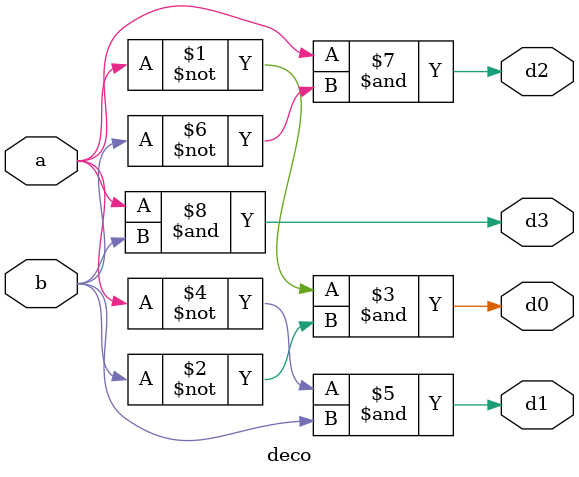
<source format=v>
`timescale 1ns / 1ps

module deco(
    input a, b,
    output d0,d1,d2,d3
    );
    assign d0=~a&~b;
    assign d1=~a&b;
    assign d2=a&~b;
    assign d3=a&b;
endmodule

</source>
